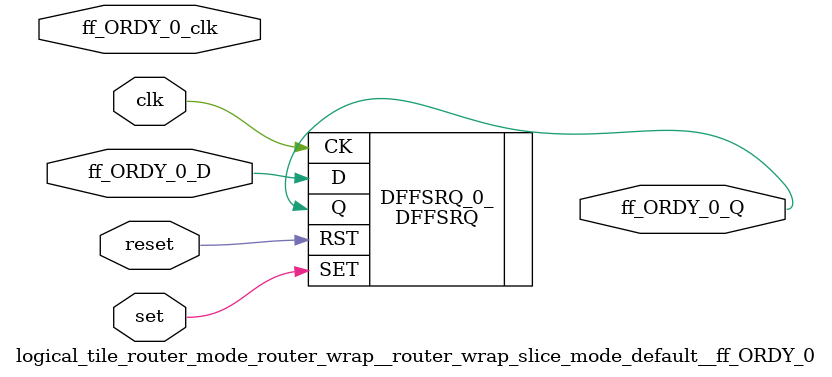
<source format=v>
`default_nettype none

module logical_tile_router_mode_router_wrap__router_wrap_slice_mode_default__ff_ORDY_0(set,
                                                                                       reset,
                                                                                       clk,
                                                                                       ff_ORDY_0_D,
                                                                                       ff_ORDY_0_Q,
                                                                                       ff_ORDY_0_clk);
//----- GLOBAL PORTS -----
input [0:0] set;
//----- GLOBAL PORTS -----
input [0:0] reset;
//----- GLOBAL PORTS -----
input [0:0] clk;
//----- INPUT PORTS -----
input [0:0] ff_ORDY_0_D;
//----- OUTPUT PORTS -----
output [0:0] ff_ORDY_0_Q;
//----- CLOCK PORTS -----
input [0:0] ff_ORDY_0_clk;

//----- BEGIN wire-connection ports -----
wire [0:0] ff_ORDY_0_D;
wire [0:0] ff_ORDY_0_Q;
wire [0:0] ff_ORDY_0_clk;
//----- END wire-connection ports -----


//----- BEGIN Registered ports -----
//----- END Registered ports -----



// ----- BEGIN Local short connections -----
// ----- END Local short connections -----
// ----- BEGIN Local output short connections -----
// ----- END Local output short connections -----

	DFFSRQ DFFSRQ_0_ (
		.SET(set),
		.RST(reset),
		.CK(clk),
		.D(ff_ORDY_0_D),
		.Q(ff_ORDY_0_Q));

endmodule
// ----- END Verilog module for logical_tile_router_mode_router_wrap__router_wrap_slice_mode_default__ff_ORDY_0 -----

//----- Default net type -----
`default_nettype wire




</source>
